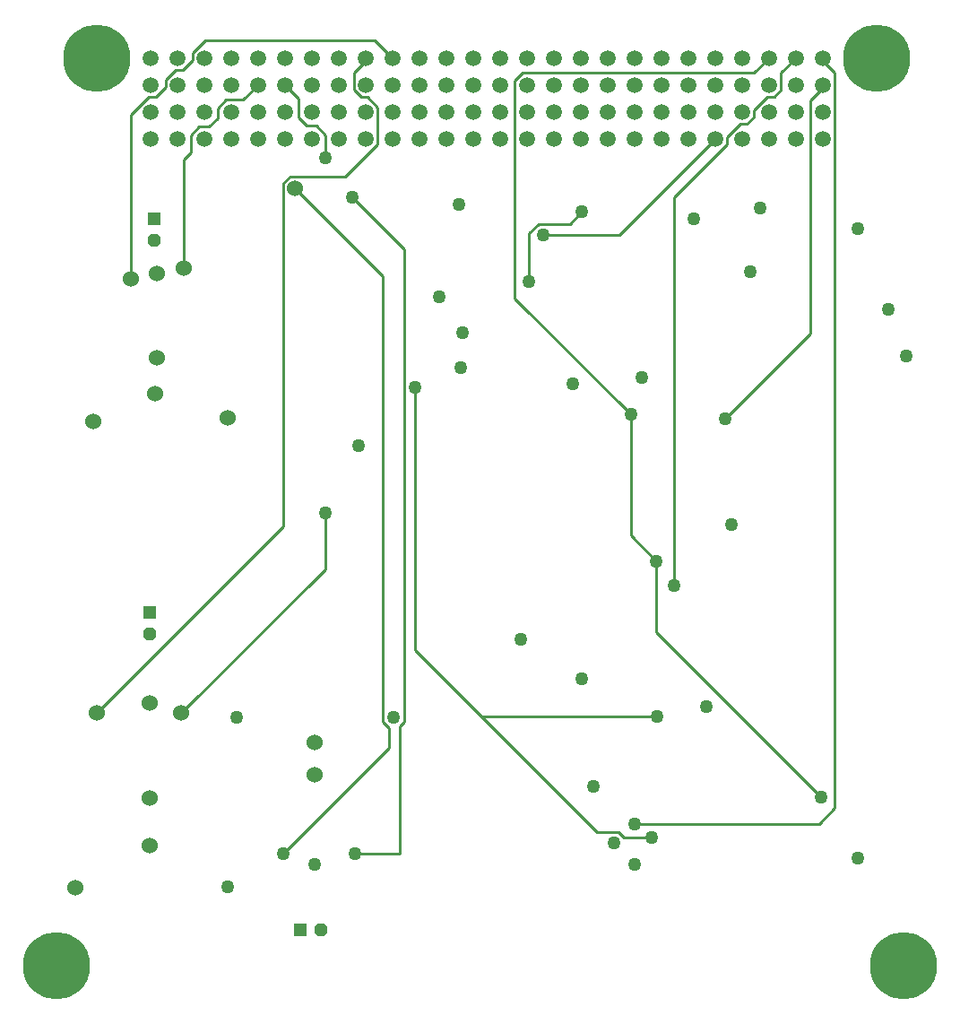
<source format=gbl>
%FSLAX44Y44*%
%MOMM*%
G71*
G01*
G75*
G04 Layer_Physical_Order=4*
G04 Layer_Color=16711680*
%ADD10R,5.8166X8.0010*%
%ADD11R,0.8128X1.4224*%
%ADD12R,1.1176X1.0160*%
%ADD13R,1.0160X1.1176*%
%ADD14R,0.5080X1.2192*%
%ADD15R,1.2192X0.5080*%
%ADD16R,1.2700X1.4732*%
%ADD17R,2.5500X1.5500*%
%ADD18R,2.5500X0.9500*%
%ADD19R,2.5500X0.5500*%
%ADD20R,0.6096X0.9144*%
%ADD21R,1.6002X2.7178*%
%ADD22R,1.4732X1.2700*%
%ADD23O,2.0500X0.7000*%
%ADD24R,1.5500X2.5500*%
%ADD25R,0.9500X2.5500*%
%ADD26R,0.5500X2.5500*%
%ADD27R,2.7178X1.6002*%
%ADD28R,0.8128X0.3048*%
%ADD29R,0.3048X0.8128*%
%ADD30C,0.1524*%
%ADD31C,0.8000*%
%ADD32C,0.2540*%
%ADD33C,0.1540*%
%ADD34R,1.0080X1.0080*%
%ADD35C,1.5000*%
%ADD36C,1.5240*%
%ADD37C,0.5000*%
%ADD38C,6.3500*%
%ADD39P,1.3205X8X112.5*%
%ADD40R,1.2200X1.2200*%
%ADD41P,1.3205X8X22.5*%
%ADD42R,1.2200X1.2200*%
%ADD43C,1.2700*%
%ADD44C,1.0160*%
%ADD45C,1.9160*%
G04:AMPARAMS|DCode=46|XSize=2.424mm|YSize=2.424mm|CornerRadius=0mm|HoleSize=0mm|Usage=FLASHONLY|Rotation=0.000|XOffset=0mm|YOffset=0mm|HoleType=Round|Shape=Relief|Width=0.254mm|Gap=0.254mm|Entries=4|*
%AMTHD46*
7,0,0,2.4240,1.9160,0.2540,45*
%
%ADD46THD46*%
%ADD47C,1.7780*%
G04:AMPARAMS|DCode=48|XSize=2.286mm|YSize=2.286mm|CornerRadius=0mm|HoleSize=0mm|Usage=FLASHONLY|Rotation=0.000|XOffset=0mm|YOffset=0mm|HoleType=Round|Shape=Relief|Width=0.254mm|Gap=0.254mm|Entries=4|*
%AMTHD48*
7,0,0,2.2860,1.7780,0.2540,45*
%
%ADD48THD48*%
%ADD49C,1.5160*%
G04:AMPARAMS|DCode=50|XSize=4.699mm|YSize=4.699mm|CornerRadius=0mm|HoleSize=0mm|Usage=FLASHONLY|Rotation=0.000|XOffset=0mm|YOffset=0mm|HoleType=Round|Shape=Relief|Width=0.254mm|Gap=0.254mm|Entries=4|*
%AMTHD50*
7,0,0,4.6990,4.1910,0.2540,45*
%
%ADD50THD50*%
G04:AMPARAMS|DCode=51|XSize=4.724mm|YSize=4.724mm|CornerRadius=0mm|HoleSize=0mm|Usage=FLASHONLY|Rotation=0.000|XOffset=0mm|YOffset=0mm|HoleType=Round|Shape=Relief|Width=0.254mm|Gap=0.254mm|Entries=4|*
%AMTHD51*
7,0,0,4.7240,4.2160,0.2540,45*
%
%ADD51THD51*%
%ADD52C,1.8160*%
%ADD53C,1.7272*%
G04:AMPARAMS|DCode=54|XSize=2.2352mm|YSize=2.2352mm|CornerRadius=0mm|HoleSize=0mm|Usage=FLASHONLY|Rotation=0.000|XOffset=0mm|YOffset=0mm|HoleType=Round|Shape=Relief|Width=0.254mm|Gap=0.254mm|Entries=4|*
%AMTHD54*
7,0,0,2.2352,1.7272,0.2540,45*
%
%ADD54THD54*%
D32*
X54730Y-14605D02*
Y-8016D01*
X45324Y-24010D02*
X54730Y-14605D01*
X38735Y-24010D02*
X45324D01*
X29330Y-33416D02*
X38735Y-24010D01*
X29330Y-40005D02*
Y-33416D01*
X19924Y-49410D02*
X29330Y-40005D01*
X13335Y-49410D02*
X19924D01*
X-3698Y-66444D02*
X13335Y-49410D01*
X54730Y-8016D02*
X66995Y4250D01*
X-3698Y-220750D02*
Y-66444D01*
X66995Y4250D02*
X226852D01*
X493014Y-554482D02*
Y-487426D01*
Y-554482D02*
X648716Y-710184D01*
X661550Y-720718D02*
Y-26790D01*
X646684Y-735584D02*
X661550Y-720718D01*
X472694Y-735584D02*
X646684D01*
X469138Y-463550D02*
X493014Y-487426D01*
X469138Y-463550D02*
Y-349250D01*
X359276Y-239388D02*
X469138Y-349250D01*
X359276Y-239388D02*
Y-33670D01*
X366155Y-26790D01*
X585350D01*
X599440Y-12700D01*
X327660Y-633984D02*
X437134Y-743458D01*
X457090D01*
X461916Y-748284D01*
X488442D01*
X327660Y-633984D02*
X493776D01*
X265050Y-571374D02*
X327660Y-633984D01*
X265050Y-571374D02*
Y-323470D01*
X52832Y-85976D02*
X61267Y-77540D01*
X52832Y-101970D02*
Y-85976D01*
X46302Y-108500D02*
X52832Y-101970D01*
X78486Y-69342D02*
Y-60322D01*
X70288Y-77540D02*
X78486Y-69342D01*
X61267Y-77540D02*
X70288D01*
X78486Y-60322D02*
X86667Y-52140D01*
X180086Y-106934D02*
Y-85390D01*
X171404Y-76708D02*
X180086Y-85390D01*
X162560Y-76708D02*
X171404D01*
X154686Y-68834D02*
X162560Y-76708D01*
X154686Y-68834D02*
Y-50585D01*
X142151Y-38050D02*
X154686Y-50585D01*
X208462Y-763970D02*
X250310D01*
X140310D02*
X240310Y-663970D01*
X226852Y4250D02*
X243752Y-12650D01*
X102662Y-52140D02*
X116751Y-38050D01*
X86667Y-52140D02*
X102662D01*
X46302Y-210750D02*
Y-108500D01*
X240310Y-663970D02*
Y-644939D01*
X234350Y-638979D02*
X240310Y-644939D01*
X234350Y-638979D02*
Y-218348D01*
X151638Y-135636D02*
X234350Y-218348D01*
X250310Y-763970D02*
Y-643339D01*
X254670Y-638979D01*
Y-193456D01*
X205232Y-144018D02*
X254670Y-193456D01*
X-35832Y-631252D02*
X140208Y-455212D01*
Y-130902D01*
X146903Y-124206D01*
X199128D01*
X229496Y-93839D01*
Y-59070D01*
X207130Y-42785D02*
X213755Y-49410D01*
X207130Y-42785D02*
Y-26790D01*
X218440Y-15480D01*
Y-12700D01*
X219836Y-49410D02*
X229496Y-59070D01*
X213755Y-49410D02*
X219836D01*
X218351Y-12700D02*
Y-12650D01*
X180086Y-495334D02*
Y-441706D01*
X44168Y-631252D02*
X180086Y-495334D01*
X458216Y-179324D02*
X548386Y-89154D01*
X385826Y-179324D02*
X458216D01*
X650240Y-15480D02*
X661550Y-26790D01*
X650240Y-15480D02*
Y-12700D01*
X509556Y-511080D02*
Y-143979D01*
X559696Y-93839D01*
Y-87250D01*
X571881Y-75064D01*
X578470D01*
X585096Y-68439D01*
Y-61850D01*
X597535Y-49410D01*
X604124D01*
X610750Y-42785D01*
Y-26790D01*
X624840Y-12700D01*
X558038Y-353060D02*
X638676Y-272422D01*
Y-52444D01*
X650240Y-40880D01*
Y-38100D01*
X410972Y-169164D02*
X422656Y-157480D01*
X381617Y-169164D02*
X410972D01*
X372618Y-178164D02*
X381617Y-169164D01*
X372618Y-223266D02*
Y-178164D01*
D35*
X650240Y-12700D02*
D03*
X624840D02*
D03*
X599440D02*
D03*
X574040D02*
D03*
X548640D02*
D03*
X523240D02*
D03*
X497840D02*
D03*
X472440D02*
D03*
X447040D02*
D03*
X421640D02*
D03*
X396240D02*
D03*
X370840D02*
D03*
X345440D02*
D03*
X320040D02*
D03*
X294640D02*
D03*
X269240D02*
D03*
X243840D02*
D03*
X218440D02*
D03*
X193040D02*
D03*
X167640D02*
D03*
X142240D02*
D03*
X116840D02*
D03*
X91440D02*
D03*
X66040D02*
D03*
X40640D02*
D03*
X650240Y-38100D02*
D03*
X624840D02*
D03*
X599440D02*
D03*
X574040D02*
D03*
X548640D02*
D03*
X523240D02*
D03*
X497840D02*
D03*
X472440D02*
D03*
X447040D02*
D03*
X421640D02*
D03*
X396240D02*
D03*
X370840D02*
D03*
X345440D02*
D03*
X320040D02*
D03*
X294640D02*
D03*
X269240D02*
D03*
X243840D02*
D03*
X218440D02*
D03*
X193040D02*
D03*
X167640D02*
D03*
X142240D02*
D03*
X116840D02*
D03*
X91440D02*
D03*
X66040D02*
D03*
X40640D02*
D03*
X15240D02*
D03*
Y-12700D02*
D03*
X649986Y-63754D02*
D03*
X624586D02*
D03*
X599186D02*
D03*
X573786D02*
D03*
X548386D02*
D03*
X522986D02*
D03*
X497586D02*
D03*
X472186D02*
D03*
X446786D02*
D03*
X421386D02*
D03*
X395986D02*
D03*
X370586D02*
D03*
X345186D02*
D03*
X319786D02*
D03*
X294386D02*
D03*
X268986D02*
D03*
X243586D02*
D03*
X218186D02*
D03*
X192786D02*
D03*
X167386D02*
D03*
X141986D02*
D03*
X116586D02*
D03*
X91186D02*
D03*
X65786D02*
D03*
X40386D02*
D03*
X649986Y-89154D02*
D03*
X624586D02*
D03*
X599186D02*
D03*
X573786D02*
D03*
X548386D02*
D03*
X522986D02*
D03*
X497586D02*
D03*
X472186D02*
D03*
X446786D02*
D03*
X421386D02*
D03*
X395986D02*
D03*
X370586D02*
D03*
X345186D02*
D03*
X319786D02*
D03*
X294386D02*
D03*
X268986D02*
D03*
X243586D02*
D03*
X218186D02*
D03*
X192786D02*
D03*
X167386D02*
D03*
X141986D02*
D03*
X116586D02*
D03*
X91186D02*
D03*
X65786D02*
D03*
X40386D02*
D03*
X14986D02*
D03*
Y-63754D02*
D03*
D36*
X151638Y-135636D02*
D03*
X170310Y-658970D02*
D03*
Y-688970D02*
D03*
X19402Y-329250D02*
D03*
X-38698Y-355750D02*
D03*
X87802Y-352250D02*
D03*
X21302Y-295750D02*
D03*
X21302Y-215750D02*
D03*
X46302Y-210750D02*
D03*
X-3698Y-220750D02*
D03*
X14168Y-711252D02*
D03*
X14028Y-756392D02*
D03*
X-55832Y-796252D02*
D03*
X14168Y-621252D02*
D03*
X-35832Y-631252D02*
D03*
X44168D02*
D03*
D37*
X15151Y-38050D02*
D03*
Y-88850D02*
D03*
D38*
X700952Y-12650D02*
D03*
X-73748Y-869950D02*
D03*
X726351D02*
D03*
X-35649Y-12650D02*
D03*
D39*
X176310Y-835970D02*
D03*
D40*
X156310D02*
D03*
D41*
X14168Y-556252D02*
D03*
X18302Y-184750D02*
D03*
D42*
X14168Y-536252D02*
D03*
X18302Y-164750D02*
D03*
D43*
X88268Y-795352D02*
D03*
X712216Y-249682D02*
D03*
X683568Y-174044D02*
D03*
X591058Y-154432D02*
D03*
X728980Y-293878D02*
D03*
X479298Y-313944D02*
D03*
X527812Y-164084D02*
D03*
X581406Y-214630D02*
D03*
X309626Y-271644D02*
D03*
X306324Y-150994D02*
D03*
X287528Y-238252D02*
D03*
X683260Y-768350D02*
D03*
X433324Y-700024D02*
D03*
X563656Y-453390D02*
D03*
X413526Y-320054D02*
D03*
X540004Y-625094D02*
D03*
X422148Y-598424D02*
D03*
X364744Y-561594D02*
D03*
X648716Y-710184D02*
D03*
X493014Y-487426D02*
D03*
X469138Y-349250D02*
D03*
X488442Y-748284D02*
D03*
X493776Y-633984D02*
D03*
X265050Y-323470D02*
D03*
X307848Y-304546D02*
D03*
X211582Y-378460D02*
D03*
X452882Y-753618D02*
D03*
X471932Y-773684D02*
D03*
X205232Y-144018D02*
D03*
X140310Y-763970D02*
D03*
X208462D02*
D03*
X170310Y-773970D02*
D03*
X244510Y-634770D02*
D03*
X96110D02*
D03*
X180086Y-106934D02*
D03*
Y-441706D02*
D03*
X385826Y-179324D02*
D03*
X472694Y-735584D02*
D03*
X509556Y-511080D02*
D03*
X558038Y-353060D02*
D03*
X372618Y-223266D02*
D03*
X422656Y-157480D02*
D03*
M02*

</source>
